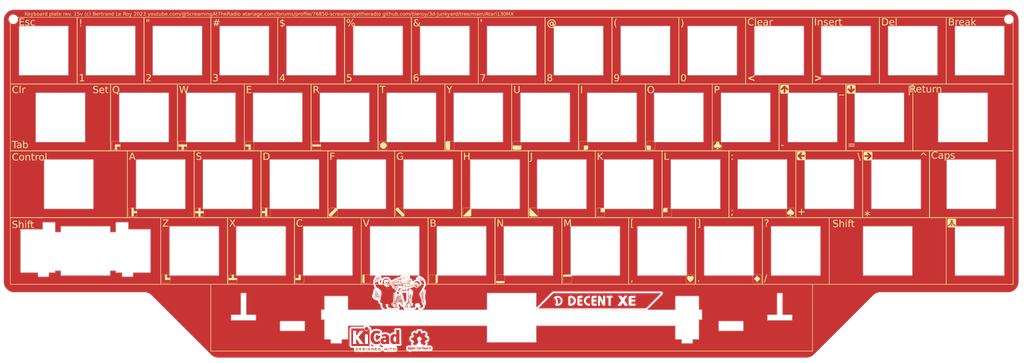
<source format=kicad_pcb>
(kicad_pcb (version 20240108) (generator "pcbnew") (generator_version "8.0")
  (title_block (title "Decent XE Keyboard Plate - Vintage") (date "2024-02-28") (rev "15v") (company "Decent Consulting"))
  (layers (0 "F.Cu" signal) (31 "B.Cu" signal) (34 "B.Paste" user) (35 "F.Paste" user) (36 "B.SilkS" user "B.Silkscreen") (37 "F.SilkS" user "F.Silkscreen") (38 "B.Mask" user) (39 "F.Mask" user) (44 "Edge.Cuts" user))
  (net 0 "")
  (net 1 "GND")
  (footprint "Library:MX-1-00U-Hole" (layer "F.Cu") (at 87.0975 102.16)
    (property "Reference" "SWA1" (hide yes))
    (property "Value" "SW_Push_45deg" (hide yes))
    (fp_line (start -7 -7) (end -7 7) (stroke (width 0.12)) (layer "Edge.Cuts"))
    (fp_line (start -7 -7) (end 7 -7) (stroke (width 0.12)) (layer "Edge.Cuts"))
    (fp_line (start -7 7) (end 7 7) (stroke (width 0.12)) (layer "Edge.Cuts"))
    (fp_line (start 7 -7) (end 7 7) (stroke (width 0.12)) (layer "Edge.Cuts"))
  )
  (footprint "Library:MX-1-00U-Hole" (layer "F.Cu") (at 172.8225 121.21)
    (property "Reference" "SWB1" (hide yes))
    (property "Value" "SW_Push_45deg" (hide yes))
    (fp_line (start -7 -7) (end -7 7) (stroke (width 0.12)) (layer "Edge.Cuts"))
    (fp_line (start -7 -7) (end 7 -7) (stroke (width 0.12)) (layer "Edge.Cuts"))
    (fp_line (start -7 7) (end 7 7) (stroke (width 0.12)) (layer "Edge.Cuts"))
    (fp_line (start 7 -7) (end 7 7) (stroke (width 0.12)) (layer "Edge.Cuts"))
  )
  (footprint "Library:MX-1-00U-Hole" (layer "F.Cu") (at 134.7225 121.21)
    (property "Reference" "SWC1" (hide yes))
    (property "Value" "SW_Push_45deg" (hide yes))
    (fp_line (start -7 -7) (end -7 7) (stroke (width 0.12)) (layer "Edge.Cuts"))
    (fp_line (start -7 -7) (end 7 -7) (stroke (width 0.12)) (layer "Edge.Cuts"))
    (fp_line (start -7 7) (end 7 7) (stroke (width 0.12)) (layer "Edge.Cuts"))
    (fp_line (start 7 -7) (end 7 7) (stroke (width 0.12)) (layer "Edge.Cuts"))
  )
  (footprint "Library:MX-1-00U-Hole" (layer "F.Cu") (at 229.9725 121.21)
    (property "Reference" "SWComma1" (hide yes))
    (property "Value" "SW_Push_45deg" (hide yes))
    (fp_line (start -7 -7) (end -7 7) (stroke (width 0.12)) (layer "Edge.Cuts"))
    (fp_line (start -7 -7) (end 7 -7) (stroke (width 0.12)) (layer "Edge.Cuts"))
    (fp_line (start -7 7) (end 7 7) (stroke (width 0.12)) (layer "Edge.Cuts"))
    (fp_line (start 7 -7) (end 7 7) (stroke (width 0.12)) (layer "Edge.Cuts"))
  )
  (footprint "Library:MX-1-25U-Hole" (layer "F.Cu") (at 318.07875 102.16)
    (property "Reference" "SWCtl1" (hide yes))
    (property "Value" "SW_Push_45deg" (hide yes))
    (fp_line (start -7 -7) (end -7 7) (stroke (width 0.12)) (layer "Edge.Cuts"))
    (fp_line (start -7 -7) (end 7 -7) (stroke (width 0.12)) (layer "Edge.Cuts"))
    (fp_line (start -7 7) (end 7 7) (stroke (width 0.12)) (layer "Edge.Cuts"))
    (fp_line (start 7 -7) (end 7 7) (stroke (width 0.12)) (layer "Edge.Cuts"))
  )
  (footprint "Library:MX-1-00U-Hole" (layer "F.Cu") (at 125.1975 102.16)
    (property "Reference" "SWD1" (hide yes))
    (property "Value" "SW_Push_45deg" (hide yes))
    (fp_line (start -7 -7) (end -7 7) (stroke (width 0.12)) (layer "Edge.Cuts"))
    (fp_line (start -7 -7) (end 7 -7) (stroke (width 0.12)) (layer "Edge.Cuts"))
    (fp_line (start -7 7) (end 7 7) (stroke (width 0.12)) (layer "Edge.Cuts"))
    (fp_line (start 7 -7) (end 7 7) (stroke (width 0.12)) (layer "Edge.Cuts"))
  )
  (footprint "Library:MX-1-00U-Hole" (layer "F.Cu") (at 144.2475 102.16)
    (property "Reference" "SWF1" (hide yes))
    (property "Value" "SW_Push_45deg" (hide yes))
    (fp_line (start -7 -7) (end -7 7) (stroke (width 0.12)) (layer "Edge.Cuts"))
    (fp_line (start -7 -7) (end 7 -7) (stroke (width 0.12)) (layer "Edge.Cuts"))
    (fp_line (start -7 7) (end 7 7) (stroke (width 0.12)) (layer "Edge.Cuts"))
    (fp_line (start 7 -7) (end 7 7) (stroke (width 0.12)) (layer "Edge.Cuts"))
  )
  (footprint "Library:MX-1-00U-Hole" (layer "F.Cu") (at 163.2975 102.16)
    (property "Reference" "SWG1" (hide yes))
    (property "Value" "SW_Push_45deg" (hide yes))
    (fp_line (start -7 -7) (end -7 7) (stroke (width 0.12)) (layer "Edge.Cuts"))
    (fp_line (start -7 -7) (end 7 -7) (stroke (width 0.12)) (layer "Edge.Cuts"))
    (fp_line (start -7 7) (end 7 7) (stroke (width 0.12)) (layer "Edge.Cuts"))
    (fp_line (start 7 -7) (end 7 7) (stroke (width 0.12)) (layer "Edge.Cuts"))
  )
  (footprint "Library:MX-1-00U-Hole" (layer "F.Cu") (at 182.3475 102.16)
    (property "Reference" "SWH1" (hide yes))
    (property "Value" "SW_Push_45deg" (hide yes))
    (fp_line (start -7 -7) (end -7 7) (stroke (width 0.12)) (layer "Edge.Cuts"))
    (fp_line (start -7 -7) (end 7 -7) (stroke (width 0.12)) (layer "Edge.Cuts"))
    (fp_line (start -7 7) (end 7 7) (stroke (width 0.12)) (layer "Edge.Cuts"))
    (fp_line (start 7 -7) (end 7 7) (stroke (width 0.12)) (layer "Edge.Cuts"))
  )
  (footprint "Library:MX-1-00U-Hole" (layer "F.Cu") (at 320.46 121.21)
    (property "Reference" "SWInv1" (hide yes))
    (property "Value" "SW_Push_45deg" (hide yes))
    (fp_line (start -7 -7) (end -7 7) (stroke (width 0.12)) (layer "Edge.Cuts"))
    (fp_line (start -7 -7) (end 7 -7) (stroke (width 0.12)) (layer "Edge.Cuts"))
    (fp_line (start -7 7) (end 7 7) (stroke (width 0.12)) (layer "Edge.Cuts"))
    (fp_line (start 7 -7) (end 7 7) (stroke (width 0.12)) (layer "Edge.Cuts"))
  )
  (footprint "Library:MX-1-00U-Hole" (layer "F.Cu") (at 201.3975 102.16)
    (property "Reference" "SWJ1" (hide yes))
    (property "Value" "SW_Push_45deg" (hide yes))
    (fp_line (start -7 -7) (end -7 7) (stroke (width 0.12)) (layer "Edge.Cuts"))
    (fp_line (start -7 -7) (end 7 -7) (stroke (width 0.12)) (layer "Edge.Cuts"))
    (fp_line (start -7 7) (end 7 7) (stroke (width 0.12)) (layer "Edge.Cuts"))
    (fp_line (start 7 -7) (end 7 7) (stroke (width 0.12)) (layer "Edge.Cuts"))
  )
  (footprint "Library:MX-1-00U-Hole" (layer "F.Cu") (at 220.4475 102.16)
    (property "Reference" "SWK1" (hide yes))
    (property "Value" "SW_Push_45deg" (hide yes))
    (fp_line (start -7 -7) (end -7 7) (stroke (width 0.12)) (layer "Edge.Cuts"))
    (fp_line (start -7 -7) (end 7 -7) (stroke (width 0.12)) (layer "Edge.Cuts"))
    (fp_line (start -7 7) (end 7 7) (stroke (width 0.12)) (layer "Edge.Cuts"))
    (fp_line (start 7 -7) (end 7 7) (stroke (width 0.12)) (layer "Edge.Cuts"))
  )
  (footprint "Library:MX-1-00U-Hole" (layer "F.Cu") (at 239.4975 102.16)
    (property "Reference" "SWL1" (hide yes))
    (property "Value" "SW_Push_45deg" (hide yes))
    (fp_line (start -7 -7) (end -7 7) (stroke (width 0.12)) (layer "Edge.Cuts"))
    (fp_line (start -7 -7) (end 7 -7) (stroke (width 0.12)) (layer "Edge.Cuts"))
    (fp_line (start -7 7) (end 7 7) (stroke (width 0.12)) (layer "Edge.Cuts"))
    (fp_line (start 7 -7) (end 7 7) (stroke (width 0.12)) (layer "Edge.Cuts"))
  )
  (footprint "Library:Choc-2-25U-Hole" (layer "F.Cu") (at 65.66625 121.21)
    (property "Reference" "SWLeftSft1" (hide yes))
    (property "Value" "SW_Push_45deg")
    (fp_line (start -18.5 -6.1468) (end -18.5 6.1468) (stroke (width 0.12)) (layer "Edge.Cuts"))
    (fp_line (start -13.524 6.1468) (end -18.5 6.1468) (stroke (width 0.12)) (layer "Edge.Cuts"))
    (fp_line (start -13.524 6.1468) (end -13.524 7.3152) (stroke (width 0.12)) (layer "Edge.Cuts"))
    (fp_line (start -12.17 -8.1532) (end -12.17 -6.1468) (stroke (width 0.12)) (layer "Edge.Cuts"))
    (fp_line (start -12.17 -6.1468) (end -18.5 -6.1468) (stroke (width 0.12)) (layer "Edge.Cuts"))
    (fp_line (start -10.476 6.1468) (end -10.476 7.3152) (stroke (width 0.12)) (layer "Edge.Cuts"))
    (fp_line (start -10.476 7.3152) (end -13.524 7.3152) (stroke (width 0.12)) (layer "Edge.Cuts"))
    (fp_line (start -8.67 -8.1532) (end -12.17 -8.1532) (stroke (width 0.12)) (layer "Edge.Cuts"))
    (fp_line (start -8.67 -8.1532) (end -8.67 -5.334) (stroke (width 0.12)) (layer "Edge.Cuts"))
    (fp_line (start -8.67 -5.334) (end -7 -5.334) (stroke (width 0.12)) (layer "Edge.Cuts"))
    (fp_line (start -8.67 5.588) (end -7 5.588) (stroke (width 0.12)) (layer "Edge.Cuts"))
    (fp_line (start -8.67 6.1468) (end -10.476 6.1468) (stroke (width 0.12)) (layer "Edge.Cuts"))
    (fp_line (start -8.67 6.1468) (end -8.67 5.588) (stroke (width 0.12)) (layer "Edge.Cuts"))
    (fp_line (start -7 -7) (end -7 -5.334) (stroke (width 0.12)) (layer "Edge.Cuts"))
    (fp_line (start -7 -7) (end 7 -7) (stroke (width 0.12)) (layer "Edge.Cuts"))
    (fp_line (start -7 7) (end -7 5.588) (stroke (width 0.12)) (layer "Edge.Cuts"))
    (fp_line (start -7 7) (end 7 7) (stroke (width 0.12)) (layer "Edge.Cuts"))
    (fp_line (start 7 -7) (end 7 -5.334) (stroke (width 0.12)) (layer "Edge.Cuts"))
    (fp_line (start 7 7) (end 7 5.588) (stroke (width 0.12)) (layer "Edge.Cuts"))
    (fp_line (start 8.67 -8.1532) (end 8.67 -5.334) (stroke (width 0.12)) (layer "Edge.Cuts"))
    (fp_line (start 8.67 -8.1532) (end 12.17 -8.1532) (stroke (width 0.12)) (layer "Edge.Cuts"))
    (fp_line (start 8.67 -5.334) (end 7 -5.334) (stroke (width 0.12)) (layer "Edge.Cuts"))
    (fp_line (start 8.67 5.588) (end 7 5.588) (stroke (width 0.12)) (layer "Edge.Cuts"))
    (fp_line (start 8.67 6.1468) (end 8.67 5.588) (stroke (width 0.12)) (layer "Edge.Cuts"))
    (fp_line (start 8.67 6.1468) (end 10.476 6.1468) (stroke (width 0.12)) (layer "Edge.Cuts"))
    (fp_line (start 10.476 6.1468) (end 10.476 7.3152) (stroke (width 0.12)) (layer "Edge.Cuts"))
    (fp_line (start 10.476 7.3152) (end 13.524 7.3152) (stroke (width 0.12)) (layer "Edge.Cuts"))
    (fp_line (start 12.17 -8.1532) (end 12.17 -6.1468) (stroke (width 0.12)) (layer "Edge.Cuts"))
    (fp_line (start 12.17 -6.1468) (end 18.5 -6.1468) (stroke (width 0.12)) (layer "Edge.Cuts"))
    (fp_line (start 13.524 6.1468) (end 13.524 7.3152) (stroke (width 0.12)) (layer "Edge.Cuts"))
    (fp_line (start 13.524 6.1468) (end 18.5 6.1468) (stroke (width 0.12)) (layer "Edge.Cuts"))
    (fp_line (start 18.5 -6.1468) (end 18.5 6.1468) (stroke (width 0.12)) (layer "Edge.Cuts"))
  )
  (footprint "Library:MX-1-00U-Hole" (layer "F.Cu") (at 210.9225 121.21)
    (property "Reference" "SWM1" (hide yes))
    (property "Value" "SW_Push_45deg" (hide yes))
    (fp_line (start -7 -7) (end -7 7) (stroke (width 0.12)) (layer "Edge.Cuts"))
    (fp_line (start -7 -7) (end 7 -7) (stroke (width 0.12)) (layer "Edge.Cuts"))
    (fp_line (start -7 7) (end 7 7) (stroke (width 0.12)) (layer "Edge.Cuts"))
    (fp_line (start 7 -7) (end 7 7) (stroke (width 0.12)) (layer "Edge.Cuts"))
  )
  (footprint "Library:MX-1-00U-Hole" (layer "F.Cu") (at 191.8725 121.21)
    (property "Reference" "SWN1" (hide yes))
    (property "Value" "SW_Push_45deg" (hide yes))
    (fp_line (start -7 -7) (end -7 7) (stroke (width 0.12)) (layer "Edge.Cuts"))
    (fp_line (start -7 -7) (end 7 -7) (stroke (width 0.12)) (layer "Edge.Cuts"))
    (fp_line (start -7 7) (end 7 7) (stroke (width 0.12)) (layer "Edge.Cuts"))
    (fp_line (start 7 -7) (end 7 7) (stroke (width 0.12)) (layer "Edge.Cuts"))
  )
  (footprint "Library:MX-1-00U-Hole" (layer "F.Cu") (at 249.0225 121.21)
    (property "Reference" "SWPeriod1" (hide yes))
    (property "Value" "SW_Push_45deg" (hide yes))
    (fp_line (start -7 -7) (end -7 7) (stroke (width 0.12)) (layer "Edge.Cuts"))
    (fp_line (start -7 -7) (end 7 -7) (stroke (width 0.12)) (layer "Edge.Cuts"))
    (fp_line (start -7 7) (end 7 7) (stroke (width 0.12)) (layer "Edge.Cuts"))
    (fp_line (start 7 -7) (end 7 7) (stroke (width 0.12)) (layer "Edge.Cuts"))
  )
  (footprint "Library:MX-1-00U-Hole" (layer "F.Cu") (at 277.5975 102.16)
    (property "Reference" "SWPlus1" (hide yes))
    (property "Value" "SW_Push_45deg" (hide yes))
    (fp_line (start -7 -7) (end -7 7) (stroke (width 0.12)) (layer "Edge.Cuts"))
    (fp_line (start -7 -7) (end 7 -7) (stroke (width 0.12)) (layer "Edge.Cuts"))
    (fp_line (start -7 7) (end 7 7) (stroke (width 0.12)) (layer "Edge.Cuts"))
    (fp_line (start 7 -7) (end 7 7) (stroke (width 0.12)) (layer "Edge.Cuts"))
  )
  (footprint "Library:MX-1-75U-Hole" (layer "F.Cu") (at 294.26625 121.21)
    (property "Reference" "SWRightSft1" (hide yes))
    (property "Value" "SW_Push_45deg" (hide yes))
    (fp_line (start -7 -7) (end -7 7) (stroke (width 0.12)) (layer "Edge.Cuts"))
    (fp_line (start -7 -7) (end 7 -7) (stroke (width 0.12)) (layer "Edge.Cuts"))
    (fp_line (start -7 7) (end 7 7) (stroke (width 0.12)) (layer "Edge.Cuts"))
    (fp_line (start 7 -7) (end 7 7) (stroke (width 0.12)) (layer "Edge.Cuts"))
  )
  (footprint "Library:MX-1-00U-Hole" (layer "F.Cu") (at 106.1475 102.16)
    (property "Reference" "SWS1" (hide yes))
    (property "Value" "SW_Push_45deg" (hide yes))
    (fp_line (start -7 -7) (end -7 7) (stroke (width 0.12)) (layer "Edge.Cuts"))
    (fp_line (start -7 -7) (end 7 -7) (stroke (width 0.12)) (layer "Edge.Cuts"))
    (fp_line (start -7 7) (end 7 7) (stroke (width 0.12)) (layer "Edge.Cuts"))
    (fp_line (start 7 -7) (end 7 7) (stroke (width 0.12)) (layer "Edge.Cuts"))
  )
  (footprint "Library:MX-1-00U-Hole" (layer "F.Cu") (at 258.5475 102.16)
    (property "Reference" "SWSemi1" (hide yes))
    (property "Value" "SW_Push_45deg" (hide yes))
    (fp_line (start -7 -7) (end -7 7) (stroke (width 0.12)) (layer "Edge.Cuts"))
    (fp_line (start -7 -7) (end 7 -7) (stroke (width 0.12)) (layer "Edge.Cuts"))
    (fp_line (start -7 7) (end 7 7) (stroke (width 0.12)) (layer "Edge.Cuts"))
    (fp_line (start 7 -7) (end 7 7) (stroke (width 0.12)) (layer "Edge.Cuts"))
  )
  (footprint "Library:MX-1-00U-Hole" (layer "F.Cu") (at 268.0725 121.21)
    (property "Reference" "SWSlash1" (hide yes))
    (property "Value" "SW_Push_45deg" (hide yes))
    (fp_line (start -7 -7) (end -7 7) (stroke (width 0.12)) (layer "Edge.Cuts"))
    (fp_line (start -7 -7) (end 7 -7) (stroke (width 0.12)) (layer "Edge.Cuts"))
    (fp_line (start -7 7) (end 7 7) (stroke (width 0.12)) (layer "Edge.Cuts"))
    (fp_line (start 7 -7) (end 7 7) (stroke (width 0.12)) (layer "Edge.Cuts"))
  )
  (footprint "Library:MX-9-00U-Hole" (layer "F.Cu") (at 187.11 140.26)
    (property "Reference" "SWSpc1" (hide yes))
    (property "Value" "SW_Push_45deg")
    (fp_line (start -79.9 -0.8) (end -79.9 0.7) (stroke (width 0.12)) (layer "Edge.Cuts"))
    (fp_line (start -79.9 0.7) (end -72.9 0.7) (stroke (width 0.12)) (layer "Edge.Cuts"))
    (fp_line (start -77.15 -7) (end -77.15 -0.8) (stroke (width 0.12)) (layer "Edge.Cuts"))
    (fp_line (start -77.15 -7) (end -75.65 -7) (stroke (width 0.12)) (layer "Edge.Cuts"))
    (fp_line (start -77.15 -0.8) (end -79.9 -0.8) (stroke (width 0.12)) (layer "Edge.Cuts"))
    (fp_line (start -75.65 -7) (end -75.65 -0.8) (stroke (width 0.12)) (layer "Edge.Cuts"))
    (fp_line (start -75.65 -0.8) (end -72.9 -0.8) (stroke (width 0.12)) (layer "Edge.Cuts"))
    (fp_line (start -72.9 -0.8) (end -72.9 0.7) (stroke (width 0.12)) (layer "Edge.Cuts"))
    (fp_line (start -66 1) (end -59 1) (stroke (width 0.12)) (layer "Edge.Cuts"))
    (fp_line (start -66 3.7) (end -66 1) (stroke (width 0.12)) (layer "Edge.Cuts"))
    (fp_line (start -66 3.7) (end -59 3.7) (stroke (width 0.12)) (layer "Edge.Cuts"))
    (fp_line (start -59 1) (end -59 3.7) (stroke (width 0.12)) (layer "Edge.Cuts"))
    (fp_line (start -54.2164 -2.286) (end -54.2164 0.508) (stroke (width 0.12)) (layer "Edge.Cuts"))
    (fp_line (start -53.33 -6.1468) (end -53.33 -2.286) (stroke (width 0.12)) (layer "Edge.Cuts"))
    (fp_line (start -53.33 -2.286) (end -54.2164 -2.286) (stroke (width 0.12)) (layer "Edge.Cuts"))
    (fp_line (start -53.33 0.508) (end -54.2164 0.508) (stroke (width 0.12)) (layer "Edge.Cuts"))
    (fp_line (start -53.33 0.508) (end -53.33 6.1468) (stroke (width 0.12)) (layer "Edge.Cuts"))
    (fp_line (start -51.524 6.1468) (end -53.33 6.1468) (stroke (width 0.12)) (layer "Edge.Cuts"))
    (fp_line (start -51.524 6.1468) (end -51.524 7.3152) (stroke (width 0.12)) (layer "Edge.Cuts"))
    (fp_line (start -48.476 6.1468) (end -48.476 7.3152) (stroke (width 0.12)) (layer "Edge.Cuts"))
    (fp_line (start -48.476 7.3152) (end -51.524 7.3152) (stroke (width 0.12)) (layer "Edge.Cuts"))
    (fp_line (start -46.67 -6.1468) (end -53.33 -6.1468) (stroke (width 0.12)) (layer "Edge.Cuts"))
    (fp_line (start -46.67 -6.1468) (end -46.67 -2.25) (stroke (width 0.12)) (layer "Edge.Cuts"))
    (fp_line (start -46.67 -2.25) (end -7 -2.25) (stroke (width 0.12)) (layer "Edge.Cuts"))
    (fp_line (start -46.67 2.25) (end -7 2.25) (stroke (width 0.12)) (layer "Edge.Cuts"))
    (fp_line (start -46.67 6.1468) (end -48.476 6.1468) (stroke (width 0.12)) (layer "Edge.Cuts"))
    (fp_line (start -46.67 6.1468) (end -46.67 2.25) (stroke (width 0.12)) (layer "Edge.Cuts"))
    (fp_line (start -7 -7) (end -7 -2.25) (stroke (width 0.12)) (layer "Edge.Cuts"))
    (fp_line (start -7 -7) (end 7 -7) (stroke (width 0.12)) (layer "Edge.Cuts"))
    (fp_line (start -7 7) (end -7 2.25) (stroke (width 0.12)) (layer "Edge.Cuts"))
    (fp_line (start -7 7) (end 7 7) (stroke (width 0.12)) (layer "Edge.Cuts"))
    (fp_line (start 7 -7) (end 7 -2.25) (stroke (width 0.12)) (layer "Edge.Cuts"))
    (fp_line (start 7 7) (end 7 2.25) (stroke (width 0.12)) (layer "Edge.Cuts"))
    (fp_line (start 46.67 -6.1468) (end 46.67 -2.25) (stroke (width 0.12)) (layer "Edge.Cuts"))
    (fp_line (start 46.67 -6.1468) (end 53.33 -6.1468) (stroke (width 0.12)) (layer "Edge.Cuts"))
    (fp_line (start 46.67 -2.25) (end 7 -2.25) (stroke (width 0.12)) (layer "Edge.Cuts"))
    (fp_line (start 46.67 2.25) (end 7 2.25) (stroke (width 0.12)) (layer "Edge.Cuts"))
    (fp_line (start 46.67 6.1468) (end 46.67 2.25) (stroke (width 0.12)) (layer "Edge.Cuts"))
    (fp_line (start 46.67 6.1468) (end 48.476 6.1468) (stroke (width 0.12)) (layer "Edge.Cuts"))
    (fp_line (start 48.476 6.1468) (end 48.476 7.3152) (stroke (width 0.12)) (layer "Edge.Cuts"))
    (fp_line (start 48.476 7.3152) (end 51.524 7.3152) (stroke (width 0.12)) (layer "Edge.Cuts"))
    (fp_line (start 51.524 6.1468) (end 51.524 7.3152) (stroke (width 0.12)) (layer "Edge.Cuts"))
    (fp_line (start 51.524 6.1468) (end 53.33 6.1468) (stroke (width 0.12)) (layer "Edge.Cuts"))
    (fp_line (start 53.33 -6.1468) (end 53.33 -2.286) (stroke (width 0.12)) (layer "Edge.Cuts"))
    (fp_line (start 53.33 -2.286) (end 54.2164 -2.286) (stroke (width 0.12)) (layer "Edge.Cuts"))
    (fp_line (start 53.33 0.508) (end 53.33 6.1468) (stroke (width 0.12)) (layer "Edge.Cuts"))
    (fp_line (start 53.33 0.508) (end 54.2164 0.508) (stroke (width 0.12)) (layer "Edge.Cuts"))
    (fp_line (start 54.2164 -2.286) (end 54.2164 0.508) (stroke (width 0.12)) (layer "Edge.Cuts"))
    (fp_line (start 59 1) (end 59 3.7) (stroke (width 0.12)) (layer "Edge.Cuts"))
    (fp_line (start 66 1) (end 59 1) (stroke (width 0.12)) (layer "Edge.Cuts"))
    (fp_line (start 66 1) (end 66 3.7) (stroke (width 0.12)) (layer "Edge.Cuts"))
    (fp_line (start 66 3.7) (end 59 3.7) (stroke (width 0.12)) (layer "Edge.Cuts"))
    (fp_line (start 72.9 -0.8) (end 72.9 0.7) (stroke (width 0.12)) (layer "Edge.Cuts"))
    (fp_line (start 72.9 0.7) (end 79.9 0.7) (stroke (width 0.12)) (layer "Edge.Cuts"))
    (fp_line (start 75.65 -7) (end 75.65 -0.8) (stroke (width 0.12)) (layer "Edge.Cuts"))
    (fp_line (start 75.65 -7) (end 77.15 -7) (stroke (width 0.12)) (layer "Edge.Cuts"))
    (fp_line (start 75.65 -0.8) (end 72.9 -0.8) (stroke (width 0.12)) (layer "Edge.Cuts"))
    (fp_line (start 77.15 -7) (end 77.15 -0.8) (stroke (width 0.12)) (layer "Edge.Cuts"))
    (fp_line (start 77.15 -0.8) (end 79.9 -0.8) (stroke (width 0.12)) (layer "Edge.Cuts"))
    (fp_line (start 79.9 -0.8) (end 79.9 0.7) (stroke (width 0.12)) (layer "Edge.Cuts"))
  )
  (footprint "Library:MX-1-00U-Hole" (layer "F.Cu") (at 153.7725 121.21)
    (property "Reference" "SWV1" (hide yes))
    (property "Value" "SW_Push_45deg" (hide yes))
    (fp_line (start -7 -7) (end -7 7) (stroke (width 0.12)) (layer "Edge.Cuts"))
    (fp_line (start -7 -7) (end 7 -7) (stroke (width 0.12)) (layer "Edge.Cuts"))
    (fp_line (start -7 7) (end 7 7) (stroke (width 0.12)) (layer "Edge.Cuts"))
    (fp_line (start 7 -7) (end 7 7) (stroke (width 0.12)) (layer "Edge.Cuts"))
  )
  (footprint "Library:MX-1-00U-Hole" (layer "F.Cu") (at 115.6725 121.21)
    (property "Reference" "SWX1" (hide yes))
    (property "Value" "SW_Push_45deg" (hide yes))
    (fp_line (start -7 -7) (end -7 7) (stroke (width 0.12)) (layer "Edge.Cuts"))
    (fp_line (start -7 -7) (end 7 -7) (stroke (width 0.12)) (layer "Edge.Cuts"))
    (fp_line (start -7 7) (end 7 7) (stroke (width 0.12)) (layer "Edge.Cuts"))
    (fp_line (start 7 -7) (end 7 7) (stroke (width 0.12)) (layer "Edge.Cuts"))
  )
  (footprint "Library:MX-1-00U-Hole" (layer "F.Cu") (at 96.6225 121.21)
    (property "Reference" "SWZ1" (hide yes))
    (property "Value" "SW_Push_45deg" (hide yes))
    (fp_line (start -7 -7) (end -7 7) (stroke (width 0.12)) (layer "Edge.Cuts"))
    (fp_line (start -7 -7) (end 7 -7) (stroke (width 0.12)) (layer "Edge.Cuts"))
    (fp_line (start -7 7) (end 7 7) (stroke (width 0.12)) (layer "Edge.Cuts"))
    (fp_line (start 7 -7) (end 7 7) (stroke (width 0.12)) (layer "Edge.Cuts"))
  )
  (footprint "Library:MX-1-00U-Hole" (layer "F.Cu") (at 101.385 83.11)
    (property "Reference" "SWW1" (hide yes))
    (property "Value" "SW_Push_45deg" (hide yes))
    (fp_line (start -7 -7) (end -7 7) (stroke (width 0.12)) (layer "Edge.Cuts"))
    (fp_line (start -7 -7) (end 7 -7) (stroke (width 0.12)) (layer "Edge.Cuts"))
    (fp_line (start -7 7) (end 7 7) (stroke (width 0.12)) (layer "Edge.Cuts"))
    (fp_line (start 7 -7) (end 7 7) (stroke (width 0.12)) (layer "Edge.Cuts"))
  )
  (footprint "Library:MX-1-00U-Hole" (layer "F.Cu") (at 177.585 83.11)
    (property "Reference" "SWY1" (hide yes))
    (property "Value" "SW_Push_45deg" (hide yes))
    (fp_line (start -7 -7) (end -7 7) (stroke (width 0.12)) (layer "Edge.Cuts"))
    (fp_line (start -7 -7) (end 7 -7) (stroke (width 0.12)) (layer "Edge.Cuts"))
    (fp_line (start -7 7) (end 7 7) (stroke (width 0.12)) (layer "Edge.Cuts"))
    (fp_line (start 7 -7) (end 7 7) (stroke (width 0.12)) (layer "Edge.Cuts"))
  )
  (footprint "Library:MX-1-00U-Hole" (layer "F.Cu") (at 158.535 83.11)
    (property "Reference" "SWT1" (hide yes))
    (property "Value" "SW_Push_45deg" (hide yes))
    (fp_line (start -7 -7) (end -7 7) (stroke (width 0.12)) (layer "Edge.Cuts"))
    (fp_line (start -7 -7) (end 7 -7) (stroke (width 0.12)) (layer "Edge.Cuts"))
    (fp_line (start -7 7) (end 7 7) (stroke (width 0.12)) (layer "Edge.Cuts"))
    (fp_line (start 7 -7) (end 7 7) (stroke (width 0.12)) (layer "Edge.Cuts"))
  )
  (footprint "Library:MX-1-00U-Hole" (layer "F.Cu") (at 196.635 83.11)
    (property "Reference" "SWU1" (hide yes))
    (property "Value" "SW_Push_45deg" (hide yes))
    (fp_line (start -7 -7) (end -7 7) (stroke (width 0.12)) (layer "Edge.Cuts"))
    (fp_line (start -7 -7) (end 7 -7) (stroke (width 0.12)) (layer "Edge.Cuts"))
    (fp_line (start -7 7) (end 7 7) (stroke (width 0.12)) (layer "Edge.Cuts"))
    (fp_line (start 7 -7) (end 7 7) (stroke (width 0.12)) (layer "Edge.Cuts"))
  )
  (footprint "Library:MX-1-00U-Hole" (layer "F.Cu") (at 253.785 83.11)
    (property "Reference" "SWP1" (hide yes))
    (property "Value" "SW_Push_45deg" (hide yes))
    (fp_line (start -7 -7) (end -7 7) (stroke (width 0.12)) (layer "Edge.Cuts"))
    (fp_line (start -7 -7) (end 7 -7) (stroke (width 0.12)) (layer "Edge.Cuts"))
    (fp_line (start -7 7) (end 7 7) (stroke (width 0.12)) (layer "Edge.Cuts"))
    (fp_line (start 7 -7) (end 7 7) (stroke (width 0.12)) (layer "Edge.Cuts"))
  )
  (footprint "Library:MX-1-00U-Hole" (layer "F.Cu") (at 82.335 83.11)
    (property "Reference" "SWQ1" (hide yes))
    (property "Value" "SW_Push_45deg" (hide yes))
    (fp_line (start -7 -7) (end -7 7) (stroke (width 0.12)) (layer "Edge.Cuts"))
    (fp_line (start -7 -7) (end 7 -7) (stroke (width 0.12)) (layer "Edge.Cuts"))
    (fp_line (start -7 7) (end 7 7) (stroke (width 0.12)) (layer "Edge.Cuts"))
    (fp_line (start 7 -7) (end 7 7) (stroke (width 0.12)) (layer "Edge.Cuts"))
  )
  (footprint "Library:MX-1-00U-Hole" (layer "F.Cu") (at 215.685 83.11)
    (property "Reference" "SWI1" (hide yes))
    (property "Value" "SW_Push_45deg" (hide yes))
    (fp_line (start -7 -7) (end -7 7) (stroke (width 0.12)) (layer "Edge.Cuts"))
    (fp_line (start -7 -7) (end 7 -7) (stroke (width 0.12)) (layer "Edge.Cuts"))
    (fp_line (start -7 7) (end 7 7) (stroke (width 0.12)) (layer "Edge.Cuts"))
    (fp_line (start 7 -7) (end 7 7) (stroke (width 0.12)) (layer "Edge.Cuts"))
  )
  (footprint "Library:MX-1-00U-Hole" (layer "F.Cu") (at 291.885 83.11)
    (property "Reference" "SWEqual1" (hide yes))
    (property "Value" "SW_Push_45deg" (hide yes))
    (fp_line (start -7 -7) (end -7 7) (stroke (width 0.12)) (layer "Edge.Cuts"))
    (fp_line (start -7 -7) (end 7 -7) (stroke (width 0.12)) (layer "Edge.Cuts"))
    (fp_line (start -7 7) (end 7 7) (stroke (width 0.12)) (layer "Edge.Cuts"))
    (fp_line (start 7 -7) (end 7 7) (stroke (width 0.12)) (layer "Edge.Cuts"))
  )
  (footprint "Library:MX-1-00U-Hole" (layer "F.Cu") (at 272.835 83.11)
    (property "Reference" "SWDash1" (hide yes))
    (property "Value" "SW_Push_45deg" (hide yes))
    (fp_line (start -7 -7) (end -7 7) (stroke (width 0.12)) (layer "Edge.Cuts"))
    (fp_line (start -7 -7) (end 7 -7) (stroke (width 0.12)) (layer "Edge.Cuts"))
    (fp_line (start -7 7) (end 7 7) (stroke (width 0.12)) (layer "Edge.Cuts"))
    (fp_line (start 7 -7) (end 7 7) (stroke (width 0.12)) (layer "Edge.Cuts"))
  )
  (footprint "Library:MX-1-00U-Hole" (layer "F.Cu") (at 139.485 83.11)
    (property "Reference" "SWR1" (hide yes))
    (property "Value" "SW_Push_45deg" (hide yes))
    (fp_line (start -7 -7) (end -7 7) (stroke (width 0.12)) (layer "Edge.Cuts"))
    (fp_line (start -7 -7) (end 7 -7) (stroke (width 0.12)) (layer "Edge.Cuts"))
    (fp_line (start -7 7) (end 7 7) (stroke (width 0.12)) (layer "Edge.Cuts"))
    (fp_line (start 7 -7) (end 7 7) (stroke (width 0.12)) (layer "Edge.Cuts"))
  )
  (footprint "Library:MX-1-00U-Hole" (layer "F.Cu") (at 120.435 83.11)
    (property "Reference" "SWE1" (hide yes))
    (property "Value" "SW_Push_45deg" (hide yes))
    (fp_line (start -7 -7) (end -7 7) (stroke (width 0.12)) (layer "Edge.Cuts"))
    (fp_line (start -7 -7) (end 7 -7) (stroke (width 0.12)) (layer "Edge.Cuts"))
    (fp_line (start -7 7) (end 7 7) (stroke (width 0.12)) (layer "Edge.Cuts"))
    (fp_line (start 7 -7) (end 7 7) (stroke (width 0.12)) (layer "Edge.Cuts"))
  )
  (footprint "Library:MX-1-00U-Hole" (layer "F.Cu") (at 234.735 83.11)
    (property "Reference" "SWO1" (hide yes))
    (property "Value" "SW_Push_45deg" (hide yes))
    (fp_line (start -7 -7) (end -7 7) (stroke (width 0.12)) (layer "Edge.Cuts"))
    (fp_line (start -7 -7) (end 7 -7) (stroke (width 0.12)) (layer "Edge.Cuts"))
    (fp_line (start -7 7) (end 7 7) (stroke (width 0.12)) (layer "Edge.Cuts"))
    (fp_line (start 7 -7) (end 7 7) (stroke (width 0.12)) (layer "Edge.Cuts"))
  )
  (footprint "Library:MX-1-00U-Hole" (layer "F.Cu") (at 53.76 64.06)
    (property "Reference" "SWEsc1" (hide yes))
    (property "Value" "SW_Push_45deg" (hide yes))
    (fp_line (start -7 -7) (end -7 7) (stroke (width 0.12)) (layer "Edge.Cuts"))
    (fp_line (start -7 -7) (end 7 -7) (stroke (width 0.12)) (layer "Edge.Cuts"))
    (fp_line (start -7 7) (end 7 7) (stroke (width 0.12)) (layer "Edge.Cuts"))
    (fp_line (start 7 -7) (end 7 7) (stroke (width 0.12)) (layer "Edge.Cuts"))
  )
  (footprint "Library:MX-1-00U-Hole" (layer "F.Cu") (at 206.16 64.06)
    (property "Reference" "SW8" (hide yes))
    (property "Value" "SW_Push_45deg" (hide yes))
    (fp_line (start -7 -7) (end -7 7) (stroke (width 0.12)) (layer "Edge.Cuts"))
    (fp_line (start -7 -7) (end 7 -7) (stroke (width 0.12)) (layer "Edge.Cuts"))
    (fp_line (start -7 7) (end 7 7) (stroke (width 0.12)) (layer "Edge.Cuts"))
    (fp_line (start 7 -7) (end 7 7) (stroke (width 0.12)) (layer "Edge.Cuts"))
  )
  (footprint "Library:MX-1-00U-Hole" (layer "F.Cu") (at 168.06 64.06)
    (property "Reference" "SW6" (hide yes))
    (property "Value" "SW_Push_45deg" (hide yes))
    (fp_line (start -7 -7) (end -7 7) (stroke (width 0.12)) (layer "Edge.Cuts"))
    (fp_line (start -7 -7) (end 7 -7) (stroke (width 0.12)) (layer "Edge.Cuts"))
    (fp_line (start -7 7) (end 7 7) (stroke (width 0.12)) (layer "Edge.Cuts"))
    (fp_line (start 7 -7) (end 7 7) (stroke (width 0.12)) (layer "Edge.Cuts"))
  )
  (footprint "Library:MX-1-00U-Hole" (layer "F.Cu") (at 225.21 64.06)
    (property "Reference" "SW9" (hide yes))
    (property "Value" "SW_Push_45deg" (hide yes))
    (fp_line (start -7 -7) (end -7 7) (stroke (width 0.12)) (layer "Edge.Cuts"))
    (fp_line (start -7 -7) (end 7 -7) (stroke (width 0.12)) (layer "Edge.Cuts"))
    (fp_line (start -7 7) (end 7 7) (stroke (width 0.12)) (layer "Edge.Cuts"))
    (fp_line (start 7 -7) (end 7 7) (stroke (width 0.12)) (layer "Edge.Cuts"))
  )
  (footprint "Library:MX-1-00U-Hole" (layer "F.Cu") (at 244.26 64.06)
    (property "Reference" "SW0" (hide yes))
    (property "Value" "SW_Push_45deg" (hide yes))
    (fp_line (start -7 -7) (end -7 7) (stroke (width 0.12)) (layer "Edge.Cuts"))
    (fp_line (start -7 -7) (end 7 -7) (stroke (width 0.12)) (layer "Edge.Cuts"))
    (fp_line (start -7 7) (end 7 7) (stroke (width 0.12)) (layer "Edge.Cuts"))
    (fp_line (start 7 -7) (end 7 7) (stroke (width 0.12)) (layer "Edge.Cuts"))
  )
  (footprint "Library:MX-1-00U-Hole" (layer "F.Cu") (at 149.01 64.06)
    (property "Reference" "SW5" (hide yes))
    (property "Value" "SW_Push_45deg" (hide yes))
    (fp_line (start -7 -7) (end -7 7) (stroke (width 0.12)) (layer "Edge.Cuts"))
    (fp_line (start -7 -7) (end 7 -7) (stroke (width 0.12)) (layer "Edge.Cuts"))
    (fp_line (start -7 7) (end 7 7) (stroke (width 0.12)) (layer "Edge.Cuts"))
    (fp_line (start 7 -7) (end 7 7) (stroke (width 0.12)) (layer "Edge.Cuts"))
  )
  (footprint "Library:MX-1-00U-Hole" (layer "F.Cu") (at 110.91 64.06)
    (property "Reference" "SW3" (hide yes))
    (property "Value" "SW_Push_45deg" (hide yes))
    (fp_line (start -7 -7) (end -7 7) (stroke (width 0.12)) (layer "Edge.Cuts"))
    (fp_line (start -7 -7) (end 7 -7) (stroke (width 0.12)) (layer "Edge.Cuts"))
    (fp_line (start -7 7) (end 7 7) (stroke (width 0.12)) (layer "Edge.Cuts"))
    (fp_line (start 7 -7) (end 7 7) (stroke (width 0.12)) (layer "Edge.Cuts"))
  )
  (footprint "Library:MX-1-00U-Hole" (layer "F.Cu") (at 282.36 64.06)
    (property "Reference" "SWGT1" (hide yes))
    (property "Value" "SW_Push_45deg" (hide yes))
    (fp_line (start -7 -7) (end -7 7) (stroke (width 0.12)) (layer "Edge.Cuts"))
    (fp_line (start -7 -7) (end 7 -7) (stroke (width 0.12)) (layer "Edge.Cuts"))
    (fp_line (start -7 7) (end 7 7) (stroke (width 0.12)) (layer "Edge.Cuts"))
    (fp_line (start 7 -7) (end 7 7) (stroke (width 0.12)) (layer "Edge.Cuts"))
  )
  (footprint "Library:MX-1-00U-Hole" (layer "F.Cu") (at 129.96 64.06)
    (property "Reference" "SW4" (hide yes))
    (property "Value" "SW_Push_45deg" (hide yes))
    (fp_line (start -7 -7) (end -7 7) (stroke (width 0.12)) (layer "Edge.Cuts"))
    (fp_line (start -7 -7) (end 7 -7) (stroke (width 0.12)) (layer "Edge.Cuts"))
    (fp_line (start -7 7) (end 7 7) (stroke (width 0.12)) (layer "Edge.Cuts"))
    (fp_line (start 7 -7) (end 7 7) (stroke (width 0.12)) (layer "Edge.Cuts"))
  )
  (footprint "Library:MX-1-00U-Hole" (layer "F.Cu") (at 72.81 64.06)
    (property "Reference" "SW1" (hide yes))
    (property "Value" "SW_Push_45deg" (hide yes))
    (fp_line (start -7 -7) (end -7 7) (stroke (width 0.12)) (layer "Edge.Cuts"))
    (fp_line (start -7 -7) (end 7 -7) (stroke (width 0.12)) (layer "Edge.Cuts"))
    (fp_line (start -7 7) (end 7 7) (stroke (width 0.12)) (layer "Edge.Cuts"))
    (fp_line (start 7 -7) (end 7 7) (stroke (width 0.12)) (layer "Edge.Cuts"))
  )
  (footprint "Library:MX-1-00U-Hole" (layer "F.Cu") (at 263.31 64.06)
    (property "Reference" "SWLT1" (hide yes))
    (property "Value" "SW_Push_45deg" (hide yes))
    (fp_line (start -7 -7) (end -7 7) (stroke (width 0.12)) (layer "Edge.Cuts"))
    (fp_line (start -7 -7) (end 7 -7) (stroke (width 0.12)) (layer "Edge.Cuts"))
    (fp_line (start -7 7) (end 7 7) (stroke (width 0.12)) (layer "Edge.Cuts"))
    (fp_line (start 7 -7) (end 7 7) (stroke (width 0.12)) (layer "Edge.Cuts"))
  )
  (footprint "Library:MX-1-00U-Hole" (layer "F.Cu") (at 91.86 64.06)
    (property "Reference" "SW2" (hide yes))
    (property "Value" "SW_Push_45deg" (hide yes))
    (fp_line (start -7 -7) (end -7 7) (stroke (width 0.12)) (layer "Edge.Cuts"))
    (fp_line (start -7 -7) (end 7 -7) (stroke (width 0.12)) (layer "Edge.Cuts"))
    (fp_line (start -7 7) (end 7 7) (stroke (width 0.12)) (layer "Edge.Cuts"))
    (fp_line (start 7 -7) (end 7 7) (stroke (width 0.12)) (layer "Edge.Cuts"))
  )
  (footprint "Library:MX-1-00U-Hole" (layer "F.Cu") (at 187.11 64.06)
    (property "Reference" "SW7" (hide yes))
    (property "Value" "SW_Push_45deg" (hide yes))
    (fp_line (start -7 -7) (end -7 7) (stroke (width 0.12)) (layer "Edge.Cuts"))
    (fp_line (start -7 -7) (end 7 -7) (stroke (width 0.12)) (layer "Edge.Cuts"))
    (fp_line (start -7 7) (end 7 7) (stroke (width 0.12)) (layer "Edge.Cuts"))
    (fp_line (start 7 -7) (end 7 7) (stroke (width 0.12)) (layer "Edge.Cuts"))
  )
  (footprint "Library:MX-1-50U-Hole" (layer "F.Cu") (at 58.5225 83.11)
    (property "Reference" "SWTab1" (hide yes))
    (property "Value" "SW_Push_45deg" (hide yes))
    (fp_line (start -7 -7) (end -7 7) (stroke (width 0.12)) (layer "Edge.Cuts"))
    (fp_line (start -7 -7) (end 7 -7) (stroke (width 0.12)) (layer "Edge.Cuts"))
    (fp_line (start -7 7) (end 7 7) (stroke (width 0.12)) (layer "Edge.Cuts"))
    (fp_line (start 7 -7) (end 7 7) (stroke (width 0.12)) (layer "Edge.Cuts"))
  )
  (footprint "Library:MX-1-00U-Hole" (layer "F.Cu") (at 296.6475 102.16)
    (property "Reference" "SWStar1" (hide yes))
    (property "Value" "SW_Push_45deg" (hide yes))
    (fp_line (start -7 -7) (end -7 7) (stroke (width 0.12)) (layer "Edge.Cuts"))
    (fp_line (start -7 -7) (end 7 -7) (stroke (width 0.12)) (layer "Edge.Cuts"))
    (fp_line (start -7 7) (end 7 7) (stroke (width 0.12)) (layer "Edge.Cuts"))
    (fp_line (start 7 -7) (end 7 7) (stroke (width 0.12)) (layer "Edge.Cuts"))
  )
  (footprint "LOGO" (layer "F.Cu") (at 238.002 129.172)
    (property "Reference" "G***" (hide yes))
    (property "Value" "LOGO" (hide yes))
  )
  (footprint "LOGO" (layer "F.Cu") (at 212.18 135.43)
    (property "Reference" "G***" (hide yes))
    (property "Value" "LOGO" (hide yes))
  )
  (footprint "LOGO" (layer "F.Cu") (at 93.352 91.122)
    (property "Reference" "G***" (hide yes))
    (property "Value" "LOGO" (hide yes))
  )
  (footprint "Symbol:OSHW-Logo2_7.3x6mm_Copper" (layer "F.Cu") (at 160.8 146.765325)
    (property "Reference" "REF**" (hide yes))
    (property "Value" "OSHW-Logo2_7.3x6mm_Copper" (hide yes))
  )
  (footprint "LOGO" (layer "F.Cu") (at 136.252 110.172)
    (property "Reference" "G***" (hide yes))
    (property "Value" "LOGO" (hide yes))
  )
  (footprint "Library:MX-1-00U-Hole" (layer "F.Cu") (at 301.41 64.06)
    (property "Reference" "SWDel2" (hide yes))
    (property "Value" "SWITCH" (hide yes))
    (fp_line (start -7 -7) (end -7 7) (stroke (width 0.12)) (layer "Edge.Cuts"))
    (fp_line (start -7 -7) (end 7 -7) (stroke (width 0.12)) (layer "Edge.Cuts"))
    (fp_line (start -7 7) (end 7 7) (stroke (width 0.12)) (layer "Edge.Cuts"))
    (fp_line (start 7 -7) (end 7 7) (stroke (width 0.12)) (layer "Edge.Cuts"))
  )
  (footprint "LOGO" (layer "F.Cu") (at 245.802 91.122)
    (property "Reference" "G***" (hide yes))
    (property "Value" "LOGO" (hide yes))
  )
  (footprint "LOGO" (layer "F.Cu") (at 266.552 110.172)
    (property "Reference" "G***" (hide yes))
    (property "Value" "LOGO" (hide yes))
  )
  (footprint "LOGO" (layer "F.Cu") (at 264.852 75.072 180)
    (property "Reference" "G***" (hide yes))
    (property "Value" "LOGO" (hide yes))
  )
  (footprint "LOGO" (layer "F.Cu") (at 231.502 110.172)
    (property "Reference" "G***" (hide yes))
    (property "Value" "LOGO" (hide yes))
  )
  (footprint "Library:MX-1-75U-Hole" (layer "F.Cu") (at 60.90375 102.16)
    (property "Reference" "SWCtlCaps1" (hide yes))
    (property "Value" "SW_Push_45deg" (hide yes))
    (fp_line (start -7 -7) (end -7 7) (stroke (width 0.12)) (layer "Edge.Cuts"))
    (fp_line (start -7 -7) (end 7 -7) (stroke (width 0.12)) (layer "Edge.Cuts"))
    (fp_line (start -7 7) (end 7 7) (stroke (width 0.12)) (layer "Edge.Cuts"))
    (fp_line (start 7 -7) (end 7 7) (stroke (width 0.12)) (layer "Edge.Cuts"))
  )
  (footprint "LOGO" (layer "F.Cu") (at 193.402 110.122)
    (property "Reference" "G***" (hide yes))
    (property "Value" "LOGO" (hide yes))
  )
  (footprint "LOGO" (layer "F.Cu") (at 145.802 129.172)
    (property "Reference" "G***" (hide yes))
    (property "Value" "LOGO" (hide yes))
  )
  (footprint "LOGO" (layer "F.Cu") (at 202.952 129.172)
    (property "Reference" "G***" (hide yes))
    (property "Value" "LOGO" (hide yes))
  )
  (footprint "LOGO" (layer "F.Cu") (at 288.652 94.122 90)
    (property "Reference" "G***" (hide yes))
    (property "Value" "LOGO" (hide yes))
  )
  (footprint "Symbol:KiCad-Logo2_6mm_Copper" (layer "F.Cu") (at 148.312514 145.534848)
    (property "Reference" "REF**" (hide yes))
    (property "Value" "KiCad-Logo2_6mm_Copper" (hide yes))
  )
  (footprint "LOGO" (layer "F.Cu") (at 79.102 110.122)
    (property "Reference" "G***" (hide yes))
    (property "Value" "LOGO" (hide yes))
  )
  (footprint "LOGO" (layer "F.Cu") (at 226.752 91.122)
    (property "Reference" "G***" (hide yes))
    (property "Value" "LOGO" (hide yes))
  )
  (footprint "LOGO" (layer "F.Cu") (at 131.502 91.122)
    (property "Reference" "G***" (hide yes))
    (property "Value" "LOGO" (hide yes))
  )
  (footprint "LOGO" (layer "F.Cu") (at 269.602 94.072 -90)
    (property "Reference" "G***" (hide yes))
    (property "Value" "LOGO" (hide yes))
  )
  (footprint "LOGO" (layer "F.Cu") (at 126.702 129.222)
    (property "Reference" "G***" (hide yes))
    (property "Value" "LOGO" (hide yes))
  )
  (footprint "LOGO" (layer "F.Cu") (at 283.852 75.072)
    (property "Reference" "G***" (hide yes))
    (property "Value" "LOGO" (hide yes))
  )
  (footprint "LOGO" (layer "F.Cu") (at 207.652 91.122)
    (property "Reference" "G***" (hide yes))
    (property "Value" "LOGO" (hide yes))
  )
  (footprint "Library:MX-1-50U-Hole" (layer "F.Cu") (at 315.6975 83.11)
    (property "Reference" "SWRet2" (hide yes))
    (property "Value" "SWITCH" (hide yes))
    (fp_line (start -7 -7) (end -7 7) (stroke (width 0.12)) (layer "Edge.Cuts"))
    (fp_line (start -7 -7) (end 7 -7) (stroke (width 0.12)) (layer "Edge.Cuts"))
    (fp_line (start -7 7) (end 7 7) (stroke (width 0.12)) (layer "Edge.Cuts"))
    (fp_line (start 7 -7) (end 7 7) (stroke (width 0.12)) (layer "Edge.Cuts"))
  )
  (footprint "LOGO" (layer "F.Cu") (at 74.352 91.122)
    (property "Reference" "G***" (hide yes))
    (property "Value" "LOGO" (hide yes))
  )
  (footprint "LOGO" (layer "F.Cu") (at 98.152 110.172)
    (property "Reference" "G***" (hide yes))
    (property "Value" "LOGO" (hide yes))
  )
  (footprint "LOGO" (layer "F.Cu") (at 312.5 113.25)
    (property "Reference" "G***" (hide yes))
    (property "Value" "LOGO" (hide yes))
  )
  (footprint "Library:MX-1-00U-Hole" (layer "F.Cu") (at 320.46 64.06)
    (property "Reference" "SWBrk2" (hide yes))
    (property "Value" "SW_Push_45deg" (hide yes))
    (fp_line (start -7 -7) (end -7 7) (stroke (width 0.12)) (layer "Edge.Cuts"))
    (fp_line (start -7 -7) (end 7 -7) (stroke (width 0.12)) (layer "Edge.Cuts"))
    (fp_line (start -7 7) (end 7 7) (stroke (width 0.12)) (layer "Edge.Cuts"))
    (fp_line (start 7 -7) (end 7 7) (stroke (width 0.12)) (layer "Edge.Cuts"))
  )
  (footprint "LOGO" (layer "F.Cu") (at 212.452 110.172)
    (property "Reference" "G***" (hide yes))
    (property "Value" "LOGO" (hide yes))
  )
  (footprint "LOGO" (layer "F.Cu") (at 188.602 91.122)
    (property "Reference" "G***" (hide yes))
    (property "Value" "LOGO" (hide yes))
  )
  (footprint "LOGO" (layer "F.Cu") (at 150.552 91.122)
    (property "Reference" "G***" (hide yes))
    (property "Value" "LOGO" (hide yes))
  )
  (footprint "LOGO" (layer "F.Cu") (at 257.052 129.172)
    (property "Reference" "G***" (hide yes))
    (property "Value" "LOGO" (hide yes))
  )
  (footprint "LOGO" (layer "F.Cu") (at 88.602 129.172)
    (property "Reference" "G***" (hide yes))
    (property "Value" "LOGO" (hide yes))
  )
  (footprint "Library:ScreamingAtTheRadio" (layer "F.Cu") (at 155.12 132.08)
    (property "Reference" "G***" (hide yes))
    (property "Value" "LOGO" (hide yes))
  )
  (footprint "LOGO" (layer "F.Cu") (at 117.152 110.122)
    (property "Reference" "G***" (hide yes))
    (property "Value" "LOGO" (hide yes))
  )
  (footprint "LOGO" (layer "F.Cu") (at 107.652 129.222)
    (property "Reference" "G***" (hide yes))
    (property "Value" "LOGO" (hide yes))
  )
  (footprint "MountingHole:MountingHole_2.2mm_M2" (layer "F.Cu") (at 328.8 55.1)
    (property "Reference" "REF**" (hide yes))
    (property "Value" "MountingHole_2.2mm_M2" (hide yes))
  )
  (footprint "LOGO" (layer "F.Cu") (at 183.852 129.172)
    (property "Reference" "G***" (hide yes))
    (property "Value" "LOGO" (hide yes))
  )
  (footprint "LOGO" (layer "F.Cu") (at 164.802 129.222)
    (property "Reference" "G***" (hide yes))
    (property "Value" "LOGO" (hide yes))
  )
  (footprint "MountingHole:MountingHole_2.2mm_M2" (layer "F.Cu") (at 45.1 55.1)
    (property "Reference" "REF**" (hide yes))
    (property "Value" "MountingHole_2.2mm_M2" (hide yes))
  )
  (footprint "LOGO" (layer "F.Cu") (at 174.352 110.122)
    (property "Reference" "G***" (hide yes))
    (property "Value" "LOGO" (hide yes))
  )
  (footprint "LOGO" (layer "F.Cu") (at 112.452 91.122)
    (property "Reference" "G***" (hide yes))
    (property "Value" "LOGO" (hide yes))
  )
  (footprint "LOGO" (layer "F.Cu") (at 155.302 110.122)
    (property "Reference" "G***" (hide yes))
    (property "Value" "LOGO" (hide yes))
  )
  (footprint "LOGO" (layer "F.Cu") (at 169.552 91.122)
    (property "Reference" "G***" (hide yes))
    (property "Value" "LOGO" (hide yes))
  )
  (gr_line (start 331.56 55.36) (end 331.56 130) (stroke (width 0.05)) (layer "Edge.Cuts"))
  (gr_arc (start 45.36 133) (mid 43.23868 132.12132) (end 42.36 130) (stroke (width 0.05)) (layer "Edge.Cuts"))
  (gr_arc (start 328.56 52.36) (mid 330.68132 53.23868) (end 331.56 55.36) (stroke (width 0.05)) (layer "Edge.Cuts"))
  (gr_arc (start 331.56 130) (mid 330.68132 132.12132) (end 328.56 133) (stroke (width 0.05)) (layer "Edge.Cuts"))
  (gr_arc (start 82.3848 133) (mid 83.53285 133.228361) (end 84.5061 133.8787) (stroke (width 0.05)) (layer "Edge.Cuts"))
  (gr_arc (start 103.53 151.66) (mid 102.38195 151.431639) (end 101.4087 150.7813) (stroke (width 0.05)) (layer "Edge.Cuts"))
  (gr_line (start 103.53 151.66) (end 271.1 151.66) (stroke (width 0.05)) (layer "Edge.Cuts"))
  (gr_arc (start 273.2213 150.7813) (mid 272.248039 151.431612) (end 271.1 151.66) (stroke (width 0.05)) (layer "Edge.Cuts"))
  (gr_line (start 273.2213 150.7813) (end 290.1239 133.8787) (stroke (width 0.05)) (layer "Edge.Cuts"))
  (gr_arc (start 290.1239 133.8787) (mid 291.097161 133.228388) (end 292.2452 133) (stroke (width 0.05)) (layer "Edge.Cuts"))
  (gr_line (start 292.2452 133) (end 328.56 133) (stroke (width 0.05)) (layer "Edge.Cuts"))
  (gr_line (start 45.36 133) (end 82.3848 133) (stroke (width 0.05)) (layer "Edge.Cuts"))
  (gr_line (start 45.36 52.36) (end 328.56 52.36) (stroke (width 0.05)) (layer "Edge.Cuts"))
  (gr_line (start 84.5061 133.8787) (end 101.4087 150.7813) (stroke (width 0.05)) (layer "Edge.Cuts"))
  (gr_arc (start 42.36 55.36) (mid 43.23868 53.23868) (end 45.36 52.36) (stroke (width 0.05)) (layer "Edge.Cuts"))
  (gr_line (start 42.36 55.36) (end 42.36 130) (stroke (width 0.05)) (layer "Edge.Cuts"))
  (gr_text "E" (at 111.355476 74.16 0) (layer "F.SilkS") (effects (font (size 2 2)) (justify left top)))
  (gr_text "K" (at 211.367976 93.21 0) (layer "F.SilkS") (effects (font (size 2 2)) (justify left top)))
  (gr_text "!" (at 63.730476 55.11 0) (layer "F.SilkS") (effects (font (size 2 2)) (justify left top)))
  (gr_text "1" (at 63.730476 71.969375 0) (layer "F.SilkS") (effects (font (size 2 2)) (justify left)))
  (gr_text "0" (at 235.180476 71.969375 0) (layer "F.SilkS") (effects (font (size 2 2)) (justify left)))
  (gr_text "Esc" (at 46.6 54.86 0) (layer "F.SilkS") (effects (font (size 2 2)) (justify left top)))
  (gr_text "I" (at 206.605476 74.16 0) (layer "F.SilkS") (effects (font (size 2 2)) (justify left top)))
  (gr_text "S" (at 97.067976 93.21 0) (layer "F.SilkS") (effects (font (size 2 2)) (justify left top)))
  (gr_text "?" (at 258.992976 112.26 0) (layer "F.SilkS") (effects (font (size 2 2)) (justify left top)))
  (gr_text ";" (at 249.467976 111.26 0) (layer "F.SilkS") (effects (font (size 2 2)) (justify left bottom)))
  (gr_text "2" (at 82.780476 71.969375 0) (layer "F.SilkS") (effects (font (size 2 2)) (justify left)))
  (gr_text "A" (at 78.017976 93.21 0) (layer "F.SilkS") (effects (font (size 2 2)) (justify left top)))
  (gr_text "'" (at 178.030476 55.11 0) (layer "F.SilkS") (effects (font (size 2 2) (thickness 0.4) (bold yes)) (justify left top)))
  (gr_text "Caps" (at 306.6 95.23 0) (layer "F.SilkS") (effects (font (size 2 2)) (justify left bottom)))
  (gr_text "H" (at 173.267976 93.21 0) (layer "F.SilkS") (effects (font (size 2 2)) (justify left top)))
  (gr_text "|" (at 300.855476 74.16 0) (layer "F.SilkS") (effects (font (size 2 2)) (justify right top)))
  (gr_text "_" (at 281.805476 74.16 0) (layer "F.SilkS") (effects (font (size 2 2)) (justify right top)))
  (gr_text "3" (at 101.830476 71.969375 0) (layer "F.SilkS") (effects (font (size 2 2)) (justify left)))
  (gr_text "M" (at 201.842976 112.26 0) (layer "F.SilkS") (effects (font (size 2 2)) (justify left top)))
  (gr_text "6" (at 158.980476 71.969375 0) (layer "F.SilkS") (effects (font (size 2 2)) (justify left)))
  (gr_text "<" (at 254.230476 71.969375 0) (layer "F.SilkS") (effects (font (size 2 2) (thickness 0.4) (bold yes)) (justify left)))
  (gr_text "C" (at 125.642976 112.26 0) (layer "F.SilkS") (effects (font (size 2 2)) (justify left top)))
  (gr_text "{dblquote}" (at 82.780476 55.11 0) (layer "F.SilkS") (effects (font (size 2 2)) (justify left top)))
  (gr_text "@" (at 197.080476 55.11 0) (layer "F.SilkS") (effects (font (size 2 2) (thickness 0.4) (bold yes)) (justify left top)))
  (gr_text "Clr" (at 44.680476 74.16 0) (layer "F.SilkS") (effects (font (size 2 2)) (justify left top)))
  (gr_text "Keyboard plate rev. 15v (c) Bertrand Le Roy 2023 youtube.com/@ScreamingAtTheRadio atariage.com/forums/profile/76850-screamingattheradio github.com/bleroy/3d-junkyard/tree/main/Atari130MX" (at 48.28 53.64 0) (layer "F.SilkS") (effects (font (size 1 1)) (justify left)))
  (gr_text "T" (at 149.455476 74.16 0) (layer "F.SilkS") (effects (font (size 2 2)) (justify left top)))
  (gr_text "*" (at 287.567976 112.76 0) (layer "F.SilkS") (effects (font (size 2.5 2.5)) (justify left bottom)))
  (gr_text "%" (at 139.930476 55.11 0) (layer "F.SilkS") (effects (font (size 2 2)) (justify left top)))
  (gr_text "Insert" (at 273.280476 54.86 0) (layer "F.SilkS") (effects (font (size 2 2)) (justify left top)))
  (gr_text "V" (at 144.692976 112.26 0) (layer "F.SilkS") (effects (font (size 2 2)) (justify left top)))
  (gr_text "4" (at 120.880476 71.969375 0) (layer "F.SilkS") (effects (font (size 2 2)) (justify left)))
  (gr_text "Tab" (at 44.680476 92.21 0) (layer "F.SilkS") (effects (font (size 2 2)) (justify left bottom)))
  (gr_text "Z" (at 87.542976 112.26 0) (layer "F.SilkS") (effects (font (size 2 2)) (justify left top)))
  (gr_text "N" (at 182.792976 112.26 0) (layer "F.SilkS") (effects (font (size 2 2)) (justify left top)))
  (gr_text "$" (at 120.880476 55.11 0) (layer "F.SilkS") (effects (font (size 2 2)) (justify left top)))
  (gr_text "&" (at 158.980476 55.11 0) (layer "F.SilkS") (effects (font (size 2 2)) (justify left top)))
  (gr_text "P" (at 244.705476 74.16 0) (layer "F.SilkS") (effects (font (size 2 2)) (justify left top)))
  (gr_text "U" (at 187.555476 74.16 0) (layer "F.SilkS") (effects (font (size 2 2)) (justify left top)))
  (gr_text "[" (at 220.892976 112.26 0) (layer "F.SilkS") (effects (font (size 2 2)) (justify left top)))
  (gr_text "9" (at 216.130476 71.969375 0) (layer "F.SilkS") (effects (font (size 2 2)) (justify left)))
  (gr_text "Q" (at 73.255476 74.16 0) (layer "F.SilkS") (effects (font (size 2 2)) (justify left top)))
  (gr_text "R" (at 130.405476 74.16 0) (layer "F.SilkS") (effects (font (size 2 2)) (justify left top)))
  (gr_text "-" (at 263.755476 92.21 0) (layer "F.SilkS") (effects (font (size 2 2)) (justify left bottom)))
  (gr_text "W" (at 92.305476 74.16 0) (layer "F.SilkS") (effects (font (size 2 2)) (justify left top)))
  (gr_text "#" (at 101.830476 55.11 0) (layer "F.SilkS") (effects (font (size 2 2)) (justify left top)))
  (gr_text "8" (at 197.080476 71.969375 0) (layer "F.SilkS") (effects (font (size 2 2)) (justify left)))
  (gr_text "F" (at 135.167976 93.21 0) (layer "F.SilkS") (effects (font (size 2 2)) (justify left top)))
  (gr_text "Shift" (at 278.5 112.4 0) (layer "F.SilkS") (effects (font (size 2 2)) (justify left top)))
  (gr_text ")" (at 235.180476 55.11 0) (layer "F.SilkS") (effects (font (size 2 2)) (justify left top)))
  (gr_text "Return" (at 309.744375 73.985 0) (layer "F.SilkS") (effects (font (size 2 2)) (justify right top)))
  (gr_text "5" (at 139.930476 71.975 0) (layer "F.SilkS") (effects (font (size 2 2)) (justify left)))
  (gr_text "^" (at 305.617976 93.21 0) (layer "F.SilkS") (effects (font (size 2 2)) (justify right top)))
  (gr_text ":" (at 249.467976 93.21 0) (layer "F.SilkS") (effects (font (size 2 2)) (justify left top)))
  (gr_text "Del" (at 292.4 56.02 0) (layer "F.SilkS") (effects (font (size 2 2)) (justify left)))
  (gr_text "L" (at 230.417976 93.21 0) (layer "F.SilkS") (effects (font (size 2 2)) (justify left top)))
  (gr_text "(" (at 216.130476 55.11 0) (layer "F.SilkS") (effects (font (size 2 2)) (justify left top)))
  (gr_text "]" (at 239.942976 112.26 0) (layer "F.SilkS") (effects (font (size 2 2)) (justify left top)))
  (gr_text "Set" (at 72.255476 74.16 0) (layer "F.SilkS") (effects (font (size 2 2)) (justify right top)))
  (gr_text "J" (at 192.317976 93.21 0) (layer "F.SilkS") (effects (font (size 2 2)) (justify left top)))
  (gr_text "," (at 220.892976 130.31 0) (layer "F.SilkS") (effects (font (size 2 2)) (justify left bottom)))
  (gr_text "7" (at 178.030476 71.969375 0) (layer "F.SilkS") (effects (font (size 2 2)) (justify left)))
  (gr_text "Y" (at 168.505476 74.16 0) (layer "F.SilkS") (effects (font (size 2 2)) (justify left top)))
  (gr_text "D" (at 116.117976 93.21 0) (layer "F.SilkS") (effects (font (size 2 2)) (justify left top)))
  (gr_text "\\" (at 286.567976 93.21 0) (layer "F.SilkS") (effects (font (size 2 2)) (justify right top)))
  (gr_text "Break" (at 311.44 56.02 0) (layer "F.SilkS") (effects (font (size 2 2)) (justify left)))
  (gr_text "/" (at 258.992976 130.31 0) (layer "F.SilkS") (effects (font (size 2 2)) (justify left bottom)))
  (gr_text "Clear" (at 254.230476 54.86 0) (layer "F.SilkS") (effects (font (size 2 2)) (justify left top)))
  (gr_text "." (at 239.942976 130.31 0) (layer "F.SilkS") (effects (font (size 2 2)) (justify left bottom)))
  (gr_text "+" (at 268.517976 111.26 0) (layer "F.SilkS") (effects (font (size 2 2)) (justify left bottom)))
  (gr_text "=" (at 282.805476 92.21 0) (layer "F.SilkS") (effects (font (size 2 2)) (justify left bottom)))
  (gr_text "Control" (at 44.67 95.72 0) (layer "F.SilkS") (effects (font (size 2 2)) (justify left bottom)))
  (gr_text ">" (at 273.280476 71.969375 0) (layer "F.SilkS") (effects (font (size 2 2) (thickness 0.4) (bold yes)) (justify left)))
  (gr_text "X" (at 106.592976 112.26 0) (layer "F.SilkS") (effects (font (size 2 2)) (justify left top)))
  (gr_text "G" (at 154.217976 93.21 0) (layer "F.SilkS") (effects (font (size 2 2)) (justify left top)))
  (gr_text "B" (at 163.742976 112.26 0) (layer "F.SilkS") (effects (font (size 2 2)) (justify left top)))
  (gr_text "Shift" (at 44.67 112.654597 0) (layer "F.SilkS") (effects (font (size 2 2)) (justify left top)))
  (gr_text "O" (at 225.655476 74.16 0) (layer "F.SilkS") (effects (font (size 2 2)) (justify left top)))
  (zone (net 1) (net_name "GND") (layer "F.Cu") (name "Copper fill") (connect_pads (clearance 0.508)) (min_thickness 0.254) (fill yes (thermal_gap 0.508) (thermal_bridge_width 0.508) (island_removal_mode 1) (island_area_min 0))
    (polygon (pts (xy 333.014 153.008) (xy 41.328 153.17) (xy 41.3 49.6) (xy 333.1 50.3)))
  )
)
</source>
